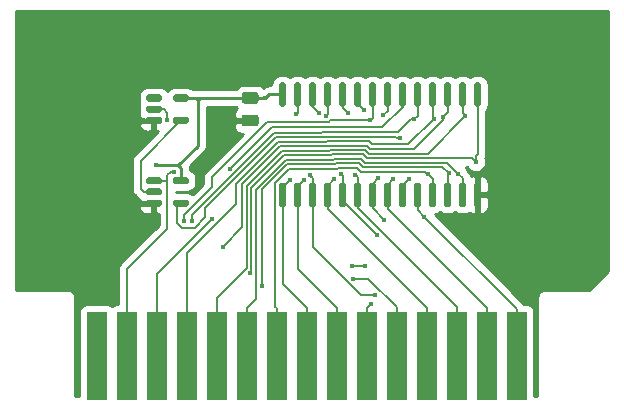
<source format=gbr>
G04 #@! TF.GenerationSoftware,KiCad,Pcbnew,(5.1.8)-1*
G04 #@! TF.CreationDate,2020-11-23T14:08:16+01:00*
G04 #@! TF.ProjectId,MM1_SRAM_64k_A,4d4d315f-5352-4414-9d5f-36346b5f412e,R1*
G04 #@! TF.SameCoordinates,PX6b49d20PY52f83c0*
G04 #@! TF.FileFunction,Copper,L1,Top*
G04 #@! TF.FilePolarity,Positive*
%FSLAX46Y46*%
G04 Gerber Fmt 4.6, Leading zero omitted, Abs format (unit mm)*
G04 Created by KiCad (PCBNEW (5.1.8)-1) date 2020-11-23 14:08:16*
%MOMM*%
%LPD*%
G01*
G04 APERTURE LIST*
G04 #@! TA.AperFunction,SMDPad,CuDef*
%ADD10R,1.700000X7.500000*%
G04 #@! TD*
G04 #@! TA.AperFunction,ViaPad*
%ADD11C,0.450000*%
G04 #@! TD*
G04 #@! TA.AperFunction,Conductor*
%ADD12C,0.250000*%
G04 #@! TD*
G04 #@! TA.AperFunction,Conductor*
%ADD13C,0.200000*%
G04 #@! TD*
G04 #@! TA.AperFunction,Conductor*
%ADD14C,0.254000*%
G04 #@! TD*
G04 #@! TA.AperFunction,Conductor*
%ADD15C,0.100000*%
G04 #@! TD*
G04 APERTURE END LIST*
G04 #@! TA.AperFunction,SMDPad,CuDef*
G36*
G01*
X23395000Y-8775000D02*
X23095000Y-8775000D01*
G75*
G02*
X22945000Y-8625000I0J150000D01*
G01*
X22945000Y-6875000D01*
G75*
G02*
X23095000Y-6725000I150000J0D01*
G01*
X23395000Y-6725000D01*
G75*
G02*
X23545000Y-6875000I0J-150000D01*
G01*
X23545000Y-8625000D01*
G75*
G02*
X23395000Y-8775000I-150000J0D01*
G01*
G37*
G04 #@! TD.AperFunction*
G04 #@! TA.AperFunction,SMDPad,CuDef*
G36*
G01*
X24665000Y-8775000D02*
X24365000Y-8775000D01*
G75*
G02*
X24215000Y-8625000I0J150000D01*
G01*
X24215000Y-6875000D01*
G75*
G02*
X24365000Y-6725000I150000J0D01*
G01*
X24665000Y-6725000D01*
G75*
G02*
X24815000Y-6875000I0J-150000D01*
G01*
X24815000Y-8625000D01*
G75*
G02*
X24665000Y-8775000I-150000J0D01*
G01*
G37*
G04 #@! TD.AperFunction*
G04 #@! TA.AperFunction,SMDPad,CuDef*
G36*
G01*
X25935000Y-8775000D02*
X25635000Y-8775000D01*
G75*
G02*
X25485000Y-8625000I0J150000D01*
G01*
X25485000Y-6875000D01*
G75*
G02*
X25635000Y-6725000I150000J0D01*
G01*
X25935000Y-6725000D01*
G75*
G02*
X26085000Y-6875000I0J-150000D01*
G01*
X26085000Y-8625000D01*
G75*
G02*
X25935000Y-8775000I-150000J0D01*
G01*
G37*
G04 #@! TD.AperFunction*
G04 #@! TA.AperFunction,SMDPad,CuDef*
G36*
G01*
X27205000Y-8775000D02*
X26905000Y-8775000D01*
G75*
G02*
X26755000Y-8625000I0J150000D01*
G01*
X26755000Y-6875000D01*
G75*
G02*
X26905000Y-6725000I150000J0D01*
G01*
X27205000Y-6725000D01*
G75*
G02*
X27355000Y-6875000I0J-150000D01*
G01*
X27355000Y-8625000D01*
G75*
G02*
X27205000Y-8775000I-150000J0D01*
G01*
G37*
G04 #@! TD.AperFunction*
G04 #@! TA.AperFunction,SMDPad,CuDef*
G36*
G01*
X28475000Y-8775000D02*
X28175000Y-8775000D01*
G75*
G02*
X28025000Y-8625000I0J150000D01*
G01*
X28025000Y-6875000D01*
G75*
G02*
X28175000Y-6725000I150000J0D01*
G01*
X28475000Y-6725000D01*
G75*
G02*
X28625000Y-6875000I0J-150000D01*
G01*
X28625000Y-8625000D01*
G75*
G02*
X28475000Y-8775000I-150000J0D01*
G01*
G37*
G04 #@! TD.AperFunction*
G04 #@! TA.AperFunction,SMDPad,CuDef*
G36*
G01*
X29745000Y-8775000D02*
X29445000Y-8775000D01*
G75*
G02*
X29295000Y-8625000I0J150000D01*
G01*
X29295000Y-6875000D01*
G75*
G02*
X29445000Y-6725000I150000J0D01*
G01*
X29745000Y-6725000D01*
G75*
G02*
X29895000Y-6875000I0J-150000D01*
G01*
X29895000Y-8625000D01*
G75*
G02*
X29745000Y-8775000I-150000J0D01*
G01*
G37*
G04 #@! TD.AperFunction*
G04 #@! TA.AperFunction,SMDPad,CuDef*
G36*
G01*
X31015000Y-8775000D02*
X30715000Y-8775000D01*
G75*
G02*
X30565000Y-8625000I0J150000D01*
G01*
X30565000Y-6875000D01*
G75*
G02*
X30715000Y-6725000I150000J0D01*
G01*
X31015000Y-6725000D01*
G75*
G02*
X31165000Y-6875000I0J-150000D01*
G01*
X31165000Y-8625000D01*
G75*
G02*
X31015000Y-8775000I-150000J0D01*
G01*
G37*
G04 #@! TD.AperFunction*
G04 #@! TA.AperFunction,SMDPad,CuDef*
G36*
G01*
X32285000Y-8775000D02*
X31985000Y-8775000D01*
G75*
G02*
X31835000Y-8625000I0J150000D01*
G01*
X31835000Y-6875000D01*
G75*
G02*
X31985000Y-6725000I150000J0D01*
G01*
X32285000Y-6725000D01*
G75*
G02*
X32435000Y-6875000I0J-150000D01*
G01*
X32435000Y-8625000D01*
G75*
G02*
X32285000Y-8775000I-150000J0D01*
G01*
G37*
G04 #@! TD.AperFunction*
G04 #@! TA.AperFunction,SMDPad,CuDef*
G36*
G01*
X33555000Y-8775000D02*
X33255000Y-8775000D01*
G75*
G02*
X33105000Y-8625000I0J150000D01*
G01*
X33105000Y-6875000D01*
G75*
G02*
X33255000Y-6725000I150000J0D01*
G01*
X33555000Y-6725000D01*
G75*
G02*
X33705000Y-6875000I0J-150000D01*
G01*
X33705000Y-8625000D01*
G75*
G02*
X33555000Y-8775000I-150000J0D01*
G01*
G37*
G04 #@! TD.AperFunction*
G04 #@! TA.AperFunction,SMDPad,CuDef*
G36*
G01*
X34825000Y-8775000D02*
X34525000Y-8775000D01*
G75*
G02*
X34375000Y-8625000I0J150000D01*
G01*
X34375000Y-6875000D01*
G75*
G02*
X34525000Y-6725000I150000J0D01*
G01*
X34825000Y-6725000D01*
G75*
G02*
X34975000Y-6875000I0J-150000D01*
G01*
X34975000Y-8625000D01*
G75*
G02*
X34825000Y-8775000I-150000J0D01*
G01*
G37*
G04 #@! TD.AperFunction*
G04 #@! TA.AperFunction,SMDPad,CuDef*
G36*
G01*
X36095000Y-8775000D02*
X35795000Y-8775000D01*
G75*
G02*
X35645000Y-8625000I0J150000D01*
G01*
X35645000Y-6875000D01*
G75*
G02*
X35795000Y-6725000I150000J0D01*
G01*
X36095000Y-6725000D01*
G75*
G02*
X36245000Y-6875000I0J-150000D01*
G01*
X36245000Y-8625000D01*
G75*
G02*
X36095000Y-8775000I-150000J0D01*
G01*
G37*
G04 #@! TD.AperFunction*
G04 #@! TA.AperFunction,SMDPad,CuDef*
G36*
G01*
X37365000Y-8775000D02*
X37065000Y-8775000D01*
G75*
G02*
X36915000Y-8625000I0J150000D01*
G01*
X36915000Y-6875000D01*
G75*
G02*
X37065000Y-6725000I150000J0D01*
G01*
X37365000Y-6725000D01*
G75*
G02*
X37515000Y-6875000I0J-150000D01*
G01*
X37515000Y-8625000D01*
G75*
G02*
X37365000Y-8775000I-150000J0D01*
G01*
G37*
G04 #@! TD.AperFunction*
G04 #@! TA.AperFunction,SMDPad,CuDef*
G36*
G01*
X38635000Y-8775000D02*
X38335000Y-8775000D01*
G75*
G02*
X38185000Y-8625000I0J150000D01*
G01*
X38185000Y-6875000D01*
G75*
G02*
X38335000Y-6725000I150000J0D01*
G01*
X38635000Y-6725000D01*
G75*
G02*
X38785000Y-6875000I0J-150000D01*
G01*
X38785000Y-8625000D01*
G75*
G02*
X38635000Y-8775000I-150000J0D01*
G01*
G37*
G04 #@! TD.AperFunction*
G04 #@! TA.AperFunction,SMDPad,CuDef*
G36*
G01*
X39905000Y-8775000D02*
X39605000Y-8775000D01*
G75*
G02*
X39455000Y-8625000I0J150000D01*
G01*
X39455000Y-6875000D01*
G75*
G02*
X39605000Y-6725000I150000J0D01*
G01*
X39905000Y-6725000D01*
G75*
G02*
X40055000Y-6875000I0J-150000D01*
G01*
X40055000Y-8625000D01*
G75*
G02*
X39905000Y-8775000I-150000J0D01*
G01*
G37*
G04 #@! TD.AperFunction*
G04 #@! TA.AperFunction,SMDPad,CuDef*
G36*
G01*
X39905000Y-17275000D02*
X39605000Y-17275000D01*
G75*
G02*
X39455000Y-17125000I0J150000D01*
G01*
X39455000Y-15375000D01*
G75*
G02*
X39605000Y-15225000I150000J0D01*
G01*
X39905000Y-15225000D01*
G75*
G02*
X40055000Y-15375000I0J-150000D01*
G01*
X40055000Y-17125000D01*
G75*
G02*
X39905000Y-17275000I-150000J0D01*
G01*
G37*
G04 #@! TD.AperFunction*
G04 #@! TA.AperFunction,SMDPad,CuDef*
G36*
G01*
X38635000Y-17275000D02*
X38335000Y-17275000D01*
G75*
G02*
X38185000Y-17125000I0J150000D01*
G01*
X38185000Y-15375000D01*
G75*
G02*
X38335000Y-15225000I150000J0D01*
G01*
X38635000Y-15225000D01*
G75*
G02*
X38785000Y-15375000I0J-150000D01*
G01*
X38785000Y-17125000D01*
G75*
G02*
X38635000Y-17275000I-150000J0D01*
G01*
G37*
G04 #@! TD.AperFunction*
G04 #@! TA.AperFunction,SMDPad,CuDef*
G36*
G01*
X37365000Y-17275000D02*
X37065000Y-17275000D01*
G75*
G02*
X36915000Y-17125000I0J150000D01*
G01*
X36915000Y-15375000D01*
G75*
G02*
X37065000Y-15225000I150000J0D01*
G01*
X37365000Y-15225000D01*
G75*
G02*
X37515000Y-15375000I0J-150000D01*
G01*
X37515000Y-17125000D01*
G75*
G02*
X37365000Y-17275000I-150000J0D01*
G01*
G37*
G04 #@! TD.AperFunction*
G04 #@! TA.AperFunction,SMDPad,CuDef*
G36*
G01*
X36095000Y-17275000D02*
X35795000Y-17275000D01*
G75*
G02*
X35645000Y-17125000I0J150000D01*
G01*
X35645000Y-15375000D01*
G75*
G02*
X35795000Y-15225000I150000J0D01*
G01*
X36095000Y-15225000D01*
G75*
G02*
X36245000Y-15375000I0J-150000D01*
G01*
X36245000Y-17125000D01*
G75*
G02*
X36095000Y-17275000I-150000J0D01*
G01*
G37*
G04 #@! TD.AperFunction*
G04 #@! TA.AperFunction,SMDPad,CuDef*
G36*
G01*
X34825000Y-17275000D02*
X34525000Y-17275000D01*
G75*
G02*
X34375000Y-17125000I0J150000D01*
G01*
X34375000Y-15375000D01*
G75*
G02*
X34525000Y-15225000I150000J0D01*
G01*
X34825000Y-15225000D01*
G75*
G02*
X34975000Y-15375000I0J-150000D01*
G01*
X34975000Y-17125000D01*
G75*
G02*
X34825000Y-17275000I-150000J0D01*
G01*
G37*
G04 #@! TD.AperFunction*
G04 #@! TA.AperFunction,SMDPad,CuDef*
G36*
G01*
X33555000Y-17275000D02*
X33255000Y-17275000D01*
G75*
G02*
X33105000Y-17125000I0J150000D01*
G01*
X33105000Y-15375000D01*
G75*
G02*
X33255000Y-15225000I150000J0D01*
G01*
X33555000Y-15225000D01*
G75*
G02*
X33705000Y-15375000I0J-150000D01*
G01*
X33705000Y-17125000D01*
G75*
G02*
X33555000Y-17275000I-150000J0D01*
G01*
G37*
G04 #@! TD.AperFunction*
G04 #@! TA.AperFunction,SMDPad,CuDef*
G36*
G01*
X32285000Y-17275000D02*
X31985000Y-17275000D01*
G75*
G02*
X31835000Y-17125000I0J150000D01*
G01*
X31835000Y-15375000D01*
G75*
G02*
X31985000Y-15225000I150000J0D01*
G01*
X32285000Y-15225000D01*
G75*
G02*
X32435000Y-15375000I0J-150000D01*
G01*
X32435000Y-17125000D01*
G75*
G02*
X32285000Y-17275000I-150000J0D01*
G01*
G37*
G04 #@! TD.AperFunction*
G04 #@! TA.AperFunction,SMDPad,CuDef*
G36*
G01*
X31015000Y-17275000D02*
X30715000Y-17275000D01*
G75*
G02*
X30565000Y-17125000I0J150000D01*
G01*
X30565000Y-15375000D01*
G75*
G02*
X30715000Y-15225000I150000J0D01*
G01*
X31015000Y-15225000D01*
G75*
G02*
X31165000Y-15375000I0J-150000D01*
G01*
X31165000Y-17125000D01*
G75*
G02*
X31015000Y-17275000I-150000J0D01*
G01*
G37*
G04 #@! TD.AperFunction*
G04 #@! TA.AperFunction,SMDPad,CuDef*
G36*
G01*
X29745000Y-17275000D02*
X29445000Y-17275000D01*
G75*
G02*
X29295000Y-17125000I0J150000D01*
G01*
X29295000Y-15375000D01*
G75*
G02*
X29445000Y-15225000I150000J0D01*
G01*
X29745000Y-15225000D01*
G75*
G02*
X29895000Y-15375000I0J-150000D01*
G01*
X29895000Y-17125000D01*
G75*
G02*
X29745000Y-17275000I-150000J0D01*
G01*
G37*
G04 #@! TD.AperFunction*
G04 #@! TA.AperFunction,SMDPad,CuDef*
G36*
G01*
X28475000Y-17275000D02*
X28175000Y-17275000D01*
G75*
G02*
X28025000Y-17125000I0J150000D01*
G01*
X28025000Y-15375000D01*
G75*
G02*
X28175000Y-15225000I150000J0D01*
G01*
X28475000Y-15225000D01*
G75*
G02*
X28625000Y-15375000I0J-150000D01*
G01*
X28625000Y-17125000D01*
G75*
G02*
X28475000Y-17275000I-150000J0D01*
G01*
G37*
G04 #@! TD.AperFunction*
G04 #@! TA.AperFunction,SMDPad,CuDef*
G36*
G01*
X27205000Y-17275000D02*
X26905000Y-17275000D01*
G75*
G02*
X26755000Y-17125000I0J150000D01*
G01*
X26755000Y-15375000D01*
G75*
G02*
X26905000Y-15225000I150000J0D01*
G01*
X27205000Y-15225000D01*
G75*
G02*
X27355000Y-15375000I0J-150000D01*
G01*
X27355000Y-17125000D01*
G75*
G02*
X27205000Y-17275000I-150000J0D01*
G01*
G37*
G04 #@! TD.AperFunction*
G04 #@! TA.AperFunction,SMDPad,CuDef*
G36*
G01*
X25935000Y-17275000D02*
X25635000Y-17275000D01*
G75*
G02*
X25485000Y-17125000I0J150000D01*
G01*
X25485000Y-15375000D01*
G75*
G02*
X25635000Y-15225000I150000J0D01*
G01*
X25935000Y-15225000D01*
G75*
G02*
X26085000Y-15375000I0J-150000D01*
G01*
X26085000Y-17125000D01*
G75*
G02*
X25935000Y-17275000I-150000J0D01*
G01*
G37*
G04 #@! TD.AperFunction*
G04 #@! TA.AperFunction,SMDPad,CuDef*
G36*
G01*
X24665000Y-17275000D02*
X24365000Y-17275000D01*
G75*
G02*
X24215000Y-17125000I0J150000D01*
G01*
X24215000Y-15375000D01*
G75*
G02*
X24365000Y-15225000I150000J0D01*
G01*
X24665000Y-15225000D01*
G75*
G02*
X24815000Y-15375000I0J-150000D01*
G01*
X24815000Y-17125000D01*
G75*
G02*
X24665000Y-17275000I-150000J0D01*
G01*
G37*
G04 #@! TD.AperFunction*
G04 #@! TA.AperFunction,SMDPad,CuDef*
G36*
G01*
X23395000Y-17275000D02*
X23095000Y-17275000D01*
G75*
G02*
X22945000Y-17125000I0J150000D01*
G01*
X22945000Y-15375000D01*
G75*
G02*
X23095000Y-15225000I150000J0D01*
G01*
X23395000Y-15225000D01*
G75*
G02*
X23545000Y-15375000I0J-150000D01*
G01*
X23545000Y-17125000D01*
G75*
G02*
X23395000Y-17275000I-150000J0D01*
G01*
G37*
G04 #@! TD.AperFunction*
D10*
X7530000Y-29890000D03*
X10070000Y-29890000D03*
X12610000Y-29890000D03*
X15150000Y-29890000D03*
X17690000Y-29890000D03*
X20230000Y-29890000D03*
X22770000Y-29890000D03*
X25310000Y-29890000D03*
X27850000Y-29890000D03*
X30390000Y-29890000D03*
X32930000Y-29890000D03*
X35470000Y-29890000D03*
X38010000Y-29890000D03*
X40550000Y-29890000D03*
X43090000Y-29890000D03*
G04 #@! TA.AperFunction,SMDPad,CuDef*
G36*
G01*
X20025000Y-7550000D02*
X20975000Y-7550000D01*
G75*
G02*
X21225000Y-7800000I0J-250000D01*
G01*
X21225000Y-8300000D01*
G75*
G02*
X20975000Y-8550000I-250000J0D01*
G01*
X20025000Y-8550000D01*
G75*
G02*
X19775000Y-8300000I0J250000D01*
G01*
X19775000Y-7800000D01*
G75*
G02*
X20025000Y-7550000I250000J0D01*
G01*
G37*
G04 #@! TD.AperFunction*
G04 #@! TA.AperFunction,SMDPad,CuDef*
G36*
G01*
X20025000Y-9450000D02*
X20975000Y-9450000D01*
G75*
G02*
X21225000Y-9700000I0J-250000D01*
G01*
X21225000Y-10200000D01*
G75*
G02*
X20975000Y-10450000I-250000J0D01*
G01*
X20025000Y-10450000D01*
G75*
G02*
X19775000Y-10200000I0J250000D01*
G01*
X19775000Y-9700000D01*
G75*
G02*
X20025000Y-9450000I250000J0D01*
G01*
G37*
G04 #@! TD.AperFunction*
G04 #@! TA.AperFunction,SMDPad,CuDef*
G36*
G01*
X11700000Y-8200000D02*
X11700000Y-7900000D01*
G75*
G02*
X11850000Y-7750000I150000J0D01*
G01*
X12875000Y-7750000D01*
G75*
G02*
X13025000Y-7900000I0J-150000D01*
G01*
X13025000Y-8200000D01*
G75*
G02*
X12875000Y-8350000I-150000J0D01*
G01*
X11850000Y-8350000D01*
G75*
G02*
X11700000Y-8200000I0J150000D01*
G01*
G37*
G04 #@! TD.AperFunction*
G04 #@! TA.AperFunction,SMDPad,CuDef*
G36*
G01*
X11700000Y-9150000D02*
X11700000Y-8850000D01*
G75*
G02*
X11850000Y-8700000I150000J0D01*
G01*
X12875000Y-8700000D01*
G75*
G02*
X13025000Y-8850000I0J-150000D01*
G01*
X13025000Y-9150000D01*
G75*
G02*
X12875000Y-9300000I-150000J0D01*
G01*
X11850000Y-9300000D01*
G75*
G02*
X11700000Y-9150000I0J150000D01*
G01*
G37*
G04 #@! TD.AperFunction*
G04 #@! TA.AperFunction,SMDPad,CuDef*
G36*
G01*
X11700000Y-10100000D02*
X11700000Y-9800000D01*
G75*
G02*
X11850000Y-9650000I150000J0D01*
G01*
X12875000Y-9650000D01*
G75*
G02*
X13025000Y-9800000I0J-150000D01*
G01*
X13025000Y-10100000D01*
G75*
G02*
X12875000Y-10250000I-150000J0D01*
G01*
X11850000Y-10250000D01*
G75*
G02*
X11700000Y-10100000I0J150000D01*
G01*
G37*
G04 #@! TD.AperFunction*
G04 #@! TA.AperFunction,SMDPad,CuDef*
G36*
G01*
X13975000Y-10100000D02*
X13975000Y-9800000D01*
G75*
G02*
X14125000Y-9650000I150000J0D01*
G01*
X15150000Y-9650000D01*
G75*
G02*
X15300000Y-9800000I0J-150000D01*
G01*
X15300000Y-10100000D01*
G75*
G02*
X15150000Y-10250000I-150000J0D01*
G01*
X14125000Y-10250000D01*
G75*
G02*
X13975000Y-10100000I0J150000D01*
G01*
G37*
G04 #@! TD.AperFunction*
G04 #@! TA.AperFunction,SMDPad,CuDef*
G36*
G01*
X13975000Y-8200000D02*
X13975000Y-7900000D01*
G75*
G02*
X14125000Y-7750000I150000J0D01*
G01*
X15150000Y-7750000D01*
G75*
G02*
X15300000Y-7900000I0J-150000D01*
G01*
X15300000Y-8200000D01*
G75*
G02*
X15150000Y-8350000I-150000J0D01*
G01*
X14125000Y-8350000D01*
G75*
G02*
X13975000Y-8200000I0J150000D01*
G01*
G37*
G04 #@! TD.AperFunction*
G04 #@! TA.AperFunction,SMDPad,CuDef*
G36*
G01*
X13975000Y-15200000D02*
X13975000Y-14900000D01*
G75*
G02*
X14125000Y-14750000I150000J0D01*
G01*
X15150000Y-14750000D01*
G75*
G02*
X15300000Y-14900000I0J-150000D01*
G01*
X15300000Y-15200000D01*
G75*
G02*
X15150000Y-15350000I-150000J0D01*
G01*
X14125000Y-15350000D01*
G75*
G02*
X13975000Y-15200000I0J150000D01*
G01*
G37*
G04 #@! TD.AperFunction*
G04 #@! TA.AperFunction,SMDPad,CuDef*
G36*
G01*
X13975000Y-17100000D02*
X13975000Y-16800000D01*
G75*
G02*
X14125000Y-16650000I150000J0D01*
G01*
X15150000Y-16650000D01*
G75*
G02*
X15300000Y-16800000I0J-150000D01*
G01*
X15300000Y-17100000D01*
G75*
G02*
X15150000Y-17250000I-150000J0D01*
G01*
X14125000Y-17250000D01*
G75*
G02*
X13975000Y-17100000I0J150000D01*
G01*
G37*
G04 #@! TD.AperFunction*
G04 #@! TA.AperFunction,SMDPad,CuDef*
G36*
G01*
X11700000Y-17100000D02*
X11700000Y-16800000D01*
G75*
G02*
X11850000Y-16650000I150000J0D01*
G01*
X12875000Y-16650000D01*
G75*
G02*
X13025000Y-16800000I0J-150000D01*
G01*
X13025000Y-17100000D01*
G75*
G02*
X12875000Y-17250000I-150000J0D01*
G01*
X11850000Y-17250000D01*
G75*
G02*
X11700000Y-17100000I0J150000D01*
G01*
G37*
G04 #@! TD.AperFunction*
G04 #@! TA.AperFunction,SMDPad,CuDef*
G36*
G01*
X11700000Y-16150000D02*
X11700000Y-15850000D01*
G75*
G02*
X11850000Y-15700000I150000J0D01*
G01*
X12875000Y-15700000D01*
G75*
G02*
X13025000Y-15850000I0J-150000D01*
G01*
X13025000Y-16150000D01*
G75*
G02*
X12875000Y-16300000I-150000J0D01*
G01*
X11850000Y-16300000D01*
G75*
G02*
X11700000Y-16150000I0J150000D01*
G01*
G37*
G04 #@! TD.AperFunction*
G04 #@! TA.AperFunction,SMDPad,CuDef*
G36*
G01*
X11700000Y-15200000D02*
X11700000Y-14900000D01*
G75*
G02*
X11850000Y-14750000I150000J0D01*
G01*
X12875000Y-14750000D01*
G75*
G02*
X13025000Y-14900000I0J-150000D01*
G01*
X13025000Y-15200000D01*
G75*
G02*
X12875000Y-15350000I-150000J0D01*
G01*
X11850000Y-15350000D01*
G75*
G02*
X11700000Y-15200000I0J150000D01*
G01*
G37*
G04 #@! TD.AperFunction*
D11*
X41486200Y-15931200D03*
X18460000Y-10320000D03*
X21791600Y-8050000D03*
X12549700Y-13734600D03*
X14935900Y-18450700D03*
X30691500Y-9919500D03*
X14023100Y-14321900D03*
X15577000Y-18471400D03*
X34405500Y-9826700D03*
X17311100Y-18265200D03*
X24411885Y-9439078D03*
X18217600Y-20632700D03*
X36825500Y-9634800D03*
X36053600Y-9801800D03*
X20474600Y-22880300D03*
X39608600Y-13470500D03*
X38735964Y-9568228D03*
X21523900Y-23947400D03*
X37304241Y-14440049D03*
X38137847Y-14497960D03*
X35539600Y-14499900D03*
X13468300Y-9920100D03*
X26306000Y-9342400D03*
X23866100Y-14994100D03*
X30105300Y-9075000D03*
X25063500Y-14978400D03*
X30194500Y-22263900D03*
X29162300Y-22263900D03*
X28787700Y-9347749D03*
X30752900Y-25496800D03*
X31766580Y-9520401D03*
X31111800Y-24712100D03*
X25595145Y-14550663D03*
X29224100Y-23352900D03*
X26919392Y-9553585D03*
X31220300Y-19662100D03*
X28157441Y-14478367D03*
X27570200Y-14948600D03*
X31824700Y-18349300D03*
X31367732Y-14797087D03*
X29408263Y-14538144D03*
X33928800Y-14925800D03*
X32640010Y-14891631D03*
X35255300Y-18084700D03*
X18777600Y-14031100D03*
X33230500Y-11420400D03*
D12*
X12362500Y-16950000D02*
X11919100Y-16950000D01*
X20500000Y-9950000D02*
X20165700Y-9615700D01*
X21791600Y-8050000D02*
X22091600Y-7750000D01*
X22091600Y-7750000D02*
X23245000Y-7750000D01*
X21791600Y-8050000D02*
X20500000Y-8050000D01*
X15860000Y-8050000D02*
X14637500Y-8050000D01*
X16070000Y-12090100D02*
X14425500Y-13734600D01*
X14425500Y-13734600D02*
X12549700Y-13734600D01*
X14637500Y-15050000D02*
X14637500Y-13946600D01*
X14637500Y-13946600D02*
X14425500Y-13734600D01*
X15860000Y-8050000D02*
X16070000Y-8260000D01*
X16070000Y-8260000D02*
X16070000Y-12090100D01*
X16070000Y-8050000D02*
X16070000Y-8260000D01*
X16070000Y-8050000D02*
X15860000Y-8050000D01*
X16070000Y-8260000D02*
X16070000Y-8250000D01*
X16270000Y-8050000D02*
X16070000Y-8050000D01*
X16070000Y-8250000D02*
X16270000Y-8050000D01*
X20500000Y-8050000D02*
X16270000Y-8050000D01*
D13*
X30865000Y-7750000D02*
X30865000Y-9746000D01*
X30865000Y-9746000D02*
X30691500Y-9919500D01*
X30691500Y-9919500D02*
X27300879Y-9919500D01*
X21937914Y-10058586D02*
X17256100Y-14740400D01*
X27161793Y-10058586D02*
X21937914Y-10058586D01*
X14935900Y-17922700D02*
X14935900Y-18450700D01*
X27300879Y-9919500D02*
X27161793Y-10058586D01*
X17256100Y-14740400D02*
X17256100Y-15602500D01*
X17256100Y-15602500D02*
X14935900Y-17922700D01*
X13482500Y-19107000D02*
X10070000Y-22519500D01*
X10070000Y-22519500D02*
X10070000Y-29890000D01*
X12362500Y-15050000D02*
X12744600Y-15050000D01*
X13475000Y-15050000D02*
X13482500Y-15057500D01*
X12362500Y-15050000D02*
X13475000Y-15050000D01*
X13482500Y-15057500D02*
X13482500Y-19107000D01*
X13768100Y-14321900D02*
X14023100Y-14321900D01*
X13482500Y-14607500D02*
X13768100Y-14321900D01*
X13482500Y-15057500D02*
X13482500Y-14607500D01*
X34675000Y-7750000D02*
X34675000Y-9557200D01*
X34675000Y-9557200D02*
X34405500Y-9826700D01*
X34087302Y-9826700D02*
X34405500Y-9826700D01*
X26527859Y-11005581D02*
X26600155Y-10933285D01*
X15577000Y-17946200D02*
X22517619Y-11005581D01*
X15577000Y-18471400D02*
X15577000Y-17946200D01*
X26600155Y-10933285D02*
X32980717Y-10933285D01*
X22517619Y-11005581D02*
X26527859Y-11005581D01*
X32980717Y-10933285D02*
X34087302Y-9826700D01*
X12610000Y-29890000D02*
X12610000Y-22966300D01*
X12610000Y-22966300D02*
X17311100Y-18265200D01*
X24515000Y-9335963D02*
X24411885Y-9439078D01*
X24515000Y-7750000D02*
X24515000Y-9335963D01*
X37215000Y-7750000D02*
X37215000Y-9245300D01*
X37215000Y-9245300D02*
X36825500Y-9634800D01*
X19839000Y-15297700D02*
X22991089Y-12145611D01*
X27055718Y-12145610D02*
X27128014Y-12073314D01*
X22991089Y-12145611D02*
X27055718Y-12145610D01*
X30678703Y-12374100D02*
X34404398Y-12374100D01*
X34404398Y-12374100D02*
X36825500Y-9952998D01*
X19839000Y-19011300D02*
X19839000Y-15297700D01*
X18217600Y-20632700D02*
X19839000Y-19011300D01*
X30377917Y-12073314D02*
X30678703Y-12374100D01*
X27128014Y-12073314D02*
X30377917Y-12073314D01*
X36825500Y-9952998D02*
X36825500Y-9634800D01*
X35945000Y-7750000D02*
X35945000Y-9693200D01*
X35945000Y-9693200D02*
X36053600Y-9801800D01*
X19289100Y-17047500D02*
X19289100Y-15309700D01*
X15150000Y-29890000D02*
X15150000Y-21186600D01*
X30535323Y-11693304D02*
X30815506Y-11973487D01*
X33881913Y-11973487D02*
X36053600Y-9801800D01*
X19289100Y-15309700D02*
X22833199Y-11765601D01*
X26898311Y-11765601D02*
X26970608Y-11693304D01*
X22833199Y-11765601D02*
X26898311Y-11765601D01*
X30815506Y-11973487D02*
X33881913Y-11973487D01*
X26970608Y-11693304D02*
X30535323Y-11693304D01*
X15150000Y-21186600D02*
X19289100Y-17047500D01*
X39608600Y-12961400D02*
X39755000Y-12815000D01*
X39608600Y-13470500D02*
X39608600Y-12961400D01*
X39755000Y-7750000D02*
X39755000Y-12815000D01*
X20474600Y-22880300D02*
X20599700Y-22755200D01*
X27370529Y-12905630D02*
X27442829Y-12833332D01*
X30380171Y-13150400D02*
X39288500Y-13150400D01*
X39288500Y-13150400D02*
X39608600Y-13470500D01*
X20599700Y-15646300D02*
X23340369Y-12905631D01*
X30063103Y-12833332D02*
X30380171Y-13150400D01*
X27442829Y-12833332D02*
X30063103Y-12833332D01*
X20599700Y-22755200D02*
X20599700Y-15646300D01*
X23340369Y-12905631D02*
X27370529Y-12905630D01*
X38485000Y-9317264D02*
X38735964Y-9568228D01*
X38485000Y-7750000D02*
X38485000Y-9317264D01*
X20219400Y-15488800D02*
X23182579Y-12525621D01*
X35543660Y-12760532D02*
X38735964Y-9568228D01*
X20219400Y-22421000D02*
X20219400Y-15488800D01*
X17690000Y-29890000D02*
X17690000Y-24950400D01*
X30527719Y-12760532D02*
X35543660Y-12760532D01*
X30220512Y-12453325D02*
X30527719Y-12760532D01*
X17690000Y-24950400D02*
X20219400Y-22421000D01*
X23182579Y-12525621D02*
X27213123Y-12525621D01*
X27213123Y-12525621D02*
X27285419Y-12453325D01*
X27285419Y-12453325D02*
X30220512Y-12453325D01*
X37215000Y-16250000D02*
X37215000Y-14529290D01*
X37215000Y-14529290D02*
X37304241Y-14440049D01*
X21523900Y-23947400D02*
X21523900Y-15797700D01*
X23655949Y-13665651D02*
X27685338Y-13665650D01*
X27757634Y-13593354D02*
X29748293Y-13593354D01*
X27685338Y-13665650D02*
X27757634Y-13593354D01*
X21523900Y-15797700D02*
X23655949Y-13665651D01*
X36775192Y-13911000D02*
X37304241Y-14440049D01*
X30065939Y-13911000D02*
X36775192Y-13911000D01*
X29748293Y-13593354D02*
X30065939Y-13911000D01*
X20230000Y-25859700D02*
X20980000Y-25109700D01*
X37170587Y-13530700D02*
X38137847Y-14497960D01*
X29905699Y-13213344D02*
X30223055Y-13530700D01*
X27600229Y-13213343D02*
X29905699Y-13213344D01*
X27527931Y-13285641D02*
X27600229Y-13213343D01*
X23498159Y-13285641D02*
X27527931Y-13285641D01*
X20980000Y-15803800D02*
X23498159Y-13285641D01*
X30223055Y-13530700D02*
X37170587Y-13530700D01*
X20980000Y-25109700D02*
X20980000Y-15803800D01*
X20230000Y-29890000D02*
X20230000Y-25859700D01*
X38485000Y-16250000D02*
X38485000Y-14845113D01*
X38485000Y-14845113D02*
X38137847Y-14497960D01*
X35539600Y-14499900D02*
X35945000Y-14905300D01*
X35945000Y-14905300D02*
X35945000Y-16250000D01*
X27842743Y-14045661D02*
X27915039Y-13973365D01*
X22770000Y-25859700D02*
X22614600Y-25704300D01*
X22770000Y-29890000D02*
X22770000Y-25859700D01*
X22614600Y-25704300D02*
X22614600Y-15244800D01*
X22614600Y-15244800D02*
X23813739Y-14045661D01*
X23813739Y-14045661D02*
X27842743Y-14045661D01*
X29590888Y-13973365D02*
X29908823Y-14291300D01*
X35331000Y-14291300D02*
X35539600Y-14499900D01*
X29908823Y-14291300D02*
X35331000Y-14291300D01*
X27915039Y-13973365D02*
X29590888Y-13973365D01*
X13468300Y-9298300D02*
X13468300Y-9920100D01*
X12362500Y-9000000D02*
X13170000Y-9000000D01*
X13170000Y-9000000D02*
X13468300Y-9298300D01*
X25785000Y-7750000D02*
X25785000Y-8821400D01*
X25785000Y-8821400D02*
X26306000Y-9342400D01*
X23245000Y-16250000D02*
X23245000Y-15615200D01*
X23245000Y-15615200D02*
X23866100Y-14994100D01*
X25310000Y-25859700D02*
X23245000Y-23794700D01*
X23245000Y-23794700D02*
X23245000Y-16250000D01*
X25310000Y-29890000D02*
X25310000Y-25859700D01*
X29595000Y-8564700D02*
X30105300Y-9075000D01*
X29595000Y-7750000D02*
X29595000Y-8564700D01*
X25063500Y-14978400D02*
X24515000Y-15526900D01*
X24515000Y-15526900D02*
X24515000Y-16250000D01*
X27850000Y-29890000D02*
X27850000Y-25859700D01*
X24515000Y-16250000D02*
X24515000Y-22524700D01*
X24515000Y-22524700D02*
X27850000Y-25859700D01*
X30194500Y-22263900D02*
X29162300Y-22263900D01*
X28325000Y-7750000D02*
X28325000Y-8885049D01*
X28325000Y-8885049D02*
X28787700Y-9347749D01*
X30752900Y-25496800D02*
X30390000Y-25859700D01*
X30390000Y-29890000D02*
X30390000Y-25859700D01*
X32135000Y-9151981D02*
X31766580Y-9520401D01*
X32135000Y-7750000D02*
X32135000Y-9151981D01*
X25785000Y-16250000D02*
X25785000Y-20631600D01*
X25785000Y-20631600D02*
X29865500Y-24712100D01*
X29865500Y-24712100D02*
X31111800Y-24712100D01*
X25785000Y-16250000D02*
X25785000Y-14810000D01*
X25785000Y-14810000D02*
X25595145Y-14620145D01*
X25595145Y-14620145D02*
X25595145Y-14550663D01*
X32930000Y-29890000D02*
X32930000Y-25785700D01*
X32930000Y-25785700D02*
X30497200Y-23352900D01*
X30497200Y-23352900D02*
X29224100Y-23352900D01*
X27055000Y-7750000D02*
X27055000Y-9417977D01*
X27055000Y-9417977D02*
X26919392Y-9553585D01*
X28325000Y-16250000D02*
X28325000Y-16766800D01*
X28325000Y-16766800D02*
X31220300Y-19662100D01*
X28325000Y-16250000D02*
X28325000Y-14645926D01*
X28325000Y-14645926D02*
X28157441Y-14478367D01*
X35470000Y-29890000D02*
X35470000Y-25859700D01*
X27055000Y-16250000D02*
X27055000Y-17444700D01*
X27055000Y-17444700D02*
X35470000Y-25859700D01*
X27570200Y-14948600D02*
X27055000Y-15463800D01*
X27055000Y-15463800D02*
X27055000Y-16250000D01*
X30865000Y-16250000D02*
X30865000Y-17389600D01*
X30865000Y-17389600D02*
X31824700Y-18349300D01*
X30865000Y-15299819D02*
X31367732Y-14797087D01*
X30865000Y-16250000D02*
X30865000Y-15299819D01*
X38010000Y-29890000D02*
X38010000Y-25737300D01*
X38010000Y-25737300D02*
X29595000Y-17322300D01*
X29595000Y-17322300D02*
X29595000Y-16250000D01*
X29595000Y-16250000D02*
X29595000Y-14724881D01*
X29595000Y-14724881D02*
X29408263Y-14538144D01*
X33928800Y-14925800D02*
X33405000Y-15449600D01*
X33405000Y-15449600D02*
X33405000Y-16250000D01*
X32135000Y-16250000D02*
X32135000Y-17444700D01*
X32135000Y-17444700D02*
X40550000Y-25859700D01*
X40550000Y-29890000D02*
X40550000Y-25859700D01*
X32135000Y-15396641D02*
X32640010Y-14891631D01*
X32135000Y-16250000D02*
X32135000Y-15396641D01*
X34675000Y-16250000D02*
X34675000Y-17504400D01*
X34675000Y-17504400D02*
X35255300Y-18084700D01*
X43090000Y-25919400D02*
X35255300Y-18084700D01*
X43090000Y-29890000D02*
X43090000Y-25919400D01*
X22336100Y-10472600D02*
X18777600Y-14031100D01*
X31707400Y-10472600D02*
X22336100Y-10472600D01*
X33405000Y-7750000D02*
X33405000Y-8775000D01*
X33405000Y-8775000D02*
X31707400Y-10472600D01*
X16701600Y-17359500D02*
X22675509Y-11385591D01*
X16701600Y-18156100D02*
X16701600Y-17359500D01*
X22675509Y-11385591D02*
X26740924Y-11385591D01*
X26740924Y-11385591D02*
X26813229Y-11313286D01*
X14337500Y-17250000D02*
X14337500Y-18609300D01*
X26813229Y-11313286D02*
X32805188Y-11313286D01*
X14762000Y-19033800D02*
X15823900Y-19033800D01*
X14637500Y-16950000D02*
X14337500Y-17250000D01*
X32805188Y-11313286D02*
X32912302Y-11420400D01*
X32912302Y-11420400D02*
X33230500Y-11420400D01*
X15823900Y-19033800D02*
X16701600Y-18156100D01*
X14337500Y-18609300D02*
X14762000Y-19033800D01*
X12362500Y-16000000D02*
X11480000Y-16000000D01*
X11480000Y-16000000D02*
X11220000Y-15740000D01*
X11220000Y-13367500D02*
X14637500Y-9950000D01*
X11220000Y-15740000D02*
X11220000Y-13367500D01*
D14*
X50790000Y-22705908D02*
X49205909Y-24290000D01*
X45534877Y-24290000D01*
X45500000Y-24286565D01*
X45465123Y-24290000D01*
X45360816Y-24300273D01*
X45226980Y-24340872D01*
X45103637Y-24406800D01*
X44995525Y-24495525D01*
X44906800Y-24603637D01*
X44840872Y-24726980D01*
X44800273Y-24860816D01*
X44786565Y-25000000D01*
X44790000Y-25034876D01*
X44790001Y-33290000D01*
X44578072Y-33290000D01*
X44578072Y-26140000D01*
X44565812Y-26015518D01*
X44529502Y-25895820D01*
X44470537Y-25785506D01*
X44391185Y-25688815D01*
X44294494Y-25609463D01*
X44184180Y-25550498D01*
X44064482Y-25514188D01*
X43940000Y-25501928D01*
X43698217Y-25501928D01*
X43612238Y-25397162D01*
X43584193Y-25374146D01*
X36120597Y-17910551D01*
X36248745Y-17897929D01*
X36396582Y-17853084D01*
X36532829Y-17780258D01*
X36580000Y-17741546D01*
X36627171Y-17780258D01*
X36763418Y-17853084D01*
X36911255Y-17897929D01*
X37065000Y-17913072D01*
X37365000Y-17913072D01*
X37518745Y-17897929D01*
X37666582Y-17853084D01*
X37802829Y-17780258D01*
X37850000Y-17741546D01*
X37897171Y-17780258D01*
X38033418Y-17853084D01*
X38181255Y-17897929D01*
X38335000Y-17913072D01*
X38635000Y-17913072D01*
X38788745Y-17897929D01*
X38936582Y-17853084D01*
X39070936Y-17781270D01*
X39100506Y-17805537D01*
X39210820Y-17864502D01*
X39330518Y-17900812D01*
X39455000Y-17913072D01*
X39469250Y-17910000D01*
X39628000Y-17751250D01*
X39628000Y-16377000D01*
X39882000Y-16377000D01*
X39882000Y-17751250D01*
X40040750Y-17910000D01*
X40055000Y-17913072D01*
X40179482Y-17900812D01*
X40299180Y-17864502D01*
X40409494Y-17805537D01*
X40506185Y-17726185D01*
X40585537Y-17629494D01*
X40644502Y-17519180D01*
X40680812Y-17399482D01*
X40693072Y-17275000D01*
X40690000Y-16535750D01*
X40531250Y-16377000D01*
X39882000Y-16377000D01*
X39628000Y-16377000D01*
X39608000Y-16377000D01*
X39608000Y-16123000D01*
X39628000Y-16123000D01*
X39628000Y-14748750D01*
X39882000Y-14748750D01*
X39882000Y-16123000D01*
X40531250Y-16123000D01*
X40690000Y-15964250D01*
X40693072Y-15225000D01*
X40680812Y-15100518D01*
X40644502Y-14980820D01*
X40585537Y-14870506D01*
X40506185Y-14773815D01*
X40409494Y-14694463D01*
X40299180Y-14635498D01*
X40179482Y-14599188D01*
X40055000Y-14586928D01*
X40040750Y-14590000D01*
X39882000Y-14748750D01*
X39628000Y-14748750D01*
X39469250Y-14590000D01*
X39455000Y-14586928D01*
X39330518Y-14599188D01*
X39210820Y-14635498D01*
X39192463Y-14645310D01*
X39167337Y-14562480D01*
X39099087Y-14434793D01*
X39007238Y-14322875D01*
X38979187Y-14299854D01*
X38974322Y-14294989D01*
X38964798Y-14247107D01*
X38899969Y-14090597D01*
X38805852Y-13949742D01*
X38741510Y-13885400D01*
X38851514Y-13885400D01*
X38940595Y-14018718D01*
X39060382Y-14138505D01*
X39201237Y-14232622D01*
X39357747Y-14297451D01*
X39523897Y-14330500D01*
X39693303Y-14330500D01*
X39859453Y-14297451D01*
X40015963Y-14232622D01*
X40156818Y-14138505D01*
X40276605Y-14018718D01*
X40370722Y-13877863D01*
X40435551Y-13721353D01*
X40468600Y-13555203D01*
X40468600Y-13385797D01*
X40435551Y-13219647D01*
X40407857Y-13152787D01*
X40437337Y-13097633D01*
X40479365Y-12959085D01*
X40490000Y-12851105D01*
X40493556Y-12815000D01*
X40490000Y-12778895D01*
X40490000Y-9148439D01*
X40560258Y-9062829D01*
X40633084Y-8926582D01*
X40677929Y-8778745D01*
X40693072Y-8625000D01*
X40693072Y-6875000D01*
X40677929Y-6721255D01*
X40633084Y-6573418D01*
X40560258Y-6437171D01*
X40462251Y-6317749D01*
X40342829Y-6219742D01*
X40206582Y-6146916D01*
X40058745Y-6102071D01*
X39905000Y-6086928D01*
X39605000Y-6086928D01*
X39451255Y-6102071D01*
X39303418Y-6146916D01*
X39167171Y-6219742D01*
X39120000Y-6258454D01*
X39072829Y-6219742D01*
X38936582Y-6146916D01*
X38788745Y-6102071D01*
X38635000Y-6086928D01*
X38335000Y-6086928D01*
X38181255Y-6102071D01*
X38033418Y-6146916D01*
X37897171Y-6219742D01*
X37850000Y-6258454D01*
X37802829Y-6219742D01*
X37666582Y-6146916D01*
X37518745Y-6102071D01*
X37365000Y-6086928D01*
X37065000Y-6086928D01*
X36911255Y-6102071D01*
X36763418Y-6146916D01*
X36627171Y-6219742D01*
X36580000Y-6258454D01*
X36532829Y-6219742D01*
X36396582Y-6146916D01*
X36248745Y-6102071D01*
X36095000Y-6086928D01*
X35795000Y-6086928D01*
X35641255Y-6102071D01*
X35493418Y-6146916D01*
X35357171Y-6219742D01*
X35310000Y-6258454D01*
X35262829Y-6219742D01*
X35126582Y-6146916D01*
X34978745Y-6102071D01*
X34825000Y-6086928D01*
X34525000Y-6086928D01*
X34371255Y-6102071D01*
X34223418Y-6146916D01*
X34087171Y-6219742D01*
X34040000Y-6258454D01*
X33992829Y-6219742D01*
X33856582Y-6146916D01*
X33708745Y-6102071D01*
X33555000Y-6086928D01*
X33255000Y-6086928D01*
X33101255Y-6102071D01*
X32953418Y-6146916D01*
X32817171Y-6219742D01*
X32770000Y-6258454D01*
X32722829Y-6219742D01*
X32586582Y-6146916D01*
X32438745Y-6102071D01*
X32285000Y-6086928D01*
X31985000Y-6086928D01*
X31831255Y-6102071D01*
X31683418Y-6146916D01*
X31547171Y-6219742D01*
X31500000Y-6258454D01*
X31452829Y-6219742D01*
X31316582Y-6146916D01*
X31168745Y-6102071D01*
X31015000Y-6086928D01*
X30715000Y-6086928D01*
X30561255Y-6102071D01*
X30413418Y-6146916D01*
X30277171Y-6219742D01*
X30230000Y-6258454D01*
X30182829Y-6219742D01*
X30046582Y-6146916D01*
X29898745Y-6102071D01*
X29745000Y-6086928D01*
X29445000Y-6086928D01*
X29291255Y-6102071D01*
X29143418Y-6146916D01*
X29007171Y-6219742D01*
X28960000Y-6258454D01*
X28912829Y-6219742D01*
X28776582Y-6146916D01*
X28628745Y-6102071D01*
X28475000Y-6086928D01*
X28175000Y-6086928D01*
X28021255Y-6102071D01*
X27873418Y-6146916D01*
X27737171Y-6219742D01*
X27690000Y-6258454D01*
X27642829Y-6219742D01*
X27506582Y-6146916D01*
X27358745Y-6102071D01*
X27205000Y-6086928D01*
X26905000Y-6086928D01*
X26751255Y-6102071D01*
X26603418Y-6146916D01*
X26467171Y-6219742D01*
X26420000Y-6258454D01*
X26372829Y-6219742D01*
X26236582Y-6146916D01*
X26088745Y-6102071D01*
X25935000Y-6086928D01*
X25635000Y-6086928D01*
X25481255Y-6102071D01*
X25333418Y-6146916D01*
X25197171Y-6219742D01*
X25150000Y-6258454D01*
X25102829Y-6219742D01*
X24966582Y-6146916D01*
X24818745Y-6102071D01*
X24665000Y-6086928D01*
X24365000Y-6086928D01*
X24211255Y-6102071D01*
X24063418Y-6146916D01*
X23927171Y-6219742D01*
X23880000Y-6258454D01*
X23832829Y-6219742D01*
X23696582Y-6146916D01*
X23548745Y-6102071D01*
X23395000Y-6086928D01*
X23095000Y-6086928D01*
X22941255Y-6102071D01*
X22793418Y-6146916D01*
X22657171Y-6219742D01*
X22537749Y-6317749D01*
X22439742Y-6437171D01*
X22366916Y-6573418D01*
X22322071Y-6721255D01*
X22306928Y-6875000D01*
X22306928Y-6990000D01*
X22128922Y-6990000D01*
X22091599Y-6986324D01*
X22054276Y-6990000D01*
X22054267Y-6990000D01*
X21942614Y-7000997D01*
X21799353Y-7044454D01*
X21667324Y-7115026D01*
X21600408Y-7169942D01*
X21468386Y-7061595D01*
X21314850Y-6979528D01*
X21148254Y-6928992D01*
X20975000Y-6911928D01*
X20025000Y-6911928D01*
X19851746Y-6928992D01*
X19685150Y-6979528D01*
X19531614Y-7061595D01*
X19397038Y-7172038D01*
X19300230Y-7290000D01*
X16307325Y-7290000D01*
X16270000Y-7286324D01*
X16232675Y-7290000D01*
X16107333Y-7290000D01*
X16070000Y-7286323D01*
X16032667Y-7290000D01*
X15897322Y-7290000D01*
X15860000Y-7286324D01*
X15822678Y-7290000D01*
X15642976Y-7290000D01*
X15587829Y-7244742D01*
X15451582Y-7171916D01*
X15303745Y-7127071D01*
X15150000Y-7111928D01*
X14125000Y-7111928D01*
X13971255Y-7127071D01*
X13823418Y-7171916D01*
X13687171Y-7244742D01*
X13567749Y-7342749D01*
X13500000Y-7425301D01*
X13432251Y-7342749D01*
X13312829Y-7244742D01*
X13176582Y-7171916D01*
X13028745Y-7127071D01*
X12875000Y-7111928D01*
X11850000Y-7111928D01*
X11696255Y-7127071D01*
X11548418Y-7171916D01*
X11412171Y-7244742D01*
X11292749Y-7342749D01*
X11194742Y-7462171D01*
X11121916Y-7598418D01*
X11077071Y-7746255D01*
X11061928Y-7900000D01*
X11061928Y-8200000D01*
X11077071Y-8353745D01*
X11121916Y-8501582D01*
X11134433Y-8525000D01*
X11121916Y-8548418D01*
X11077071Y-8696255D01*
X11061928Y-8850000D01*
X11061928Y-9150000D01*
X11077071Y-9303745D01*
X11109266Y-9409881D01*
X11074188Y-9525518D01*
X11061928Y-9650000D01*
X11065000Y-9664250D01*
X11223750Y-9823000D01*
X11445364Y-9823000D01*
X11548418Y-9878084D01*
X11696255Y-9922929D01*
X11850000Y-9938072D01*
X12509500Y-9938072D01*
X12509500Y-10077000D01*
X12489500Y-10077000D01*
X12489500Y-10726250D01*
X12648250Y-10885000D01*
X12662934Y-10885120D01*
X10725808Y-12822246D01*
X10697763Y-12845262D01*
X10605914Y-12957180D01*
X10556454Y-13049714D01*
X10537664Y-13084867D01*
X10495635Y-13223415D01*
X10481444Y-13367500D01*
X10485001Y-13403615D01*
X10485000Y-15703895D01*
X10481444Y-15740000D01*
X10495635Y-15884085D01*
X10499806Y-15897833D01*
X10537663Y-16022632D01*
X10605913Y-16150319D01*
X10697762Y-16262237D01*
X10725808Y-16285254D01*
X10934741Y-16494187D01*
X10957762Y-16522238D01*
X11065780Y-16610887D01*
X11061928Y-16650000D01*
X11065000Y-16664250D01*
X11223750Y-16823000D01*
X11445364Y-16823000D01*
X11548418Y-16878084D01*
X11696255Y-16922929D01*
X11850000Y-16938072D01*
X12509500Y-16938072D01*
X12509500Y-17077000D01*
X12489500Y-17077000D01*
X12489500Y-17726250D01*
X12648250Y-17885000D01*
X12747501Y-17885809D01*
X12747501Y-18802552D01*
X9575808Y-21974246D01*
X9547762Y-21997263D01*
X9455913Y-22109181D01*
X9387663Y-22236868D01*
X9379463Y-22263900D01*
X9345635Y-22375415D01*
X9331444Y-22519500D01*
X9335000Y-22555605D01*
X9335000Y-25501928D01*
X9220000Y-25501928D01*
X9095518Y-25514188D01*
X8975820Y-25550498D01*
X8865506Y-25609463D01*
X8800000Y-25663222D01*
X8734494Y-25609463D01*
X8624180Y-25550498D01*
X8504482Y-25514188D01*
X8380000Y-25501928D01*
X6680000Y-25501928D01*
X6555518Y-25514188D01*
X6435820Y-25550498D01*
X6325506Y-25609463D01*
X6228815Y-25688815D01*
X6149463Y-25785506D01*
X6090498Y-25895820D01*
X6054188Y-26015518D01*
X6041928Y-26140000D01*
X6041928Y-33290000D01*
X5710000Y-33290000D01*
X5710000Y-25034876D01*
X5713435Y-25000000D01*
X5699727Y-24860816D01*
X5659128Y-24726980D01*
X5593200Y-24603637D01*
X5504475Y-24495525D01*
X5396363Y-24406800D01*
X5273020Y-24340872D01*
X5139184Y-24300273D01*
X5034877Y-24290000D01*
X5000000Y-24286565D01*
X4965123Y-24290000D01*
X710000Y-24290000D01*
X710000Y-17250000D01*
X11061928Y-17250000D01*
X11074188Y-17374482D01*
X11110498Y-17494180D01*
X11169463Y-17604494D01*
X11248815Y-17701185D01*
X11345506Y-17780537D01*
X11455820Y-17839502D01*
X11575518Y-17875812D01*
X11700000Y-17888072D01*
X12076750Y-17885000D01*
X12235500Y-17726250D01*
X12235500Y-17077000D01*
X11223750Y-17077000D01*
X11065000Y-17235750D01*
X11061928Y-17250000D01*
X710000Y-17250000D01*
X710000Y-10250000D01*
X11061928Y-10250000D01*
X11074188Y-10374482D01*
X11110498Y-10494180D01*
X11169463Y-10604494D01*
X11248815Y-10701185D01*
X11345506Y-10780537D01*
X11455820Y-10839502D01*
X11575518Y-10875812D01*
X11700000Y-10888072D01*
X12076750Y-10885000D01*
X12235500Y-10726250D01*
X12235500Y-10077000D01*
X11223750Y-10077000D01*
X11065000Y-10235750D01*
X11061928Y-10250000D01*
X710000Y-10250000D01*
X710000Y-710000D01*
X50790001Y-710000D01*
X50790000Y-22705908D01*
G04 #@! TA.AperFunction,Conductor*
D15*
G36*
X50790000Y-22705908D02*
G01*
X49205909Y-24290000D01*
X45534877Y-24290000D01*
X45500000Y-24286565D01*
X45465123Y-24290000D01*
X45360816Y-24300273D01*
X45226980Y-24340872D01*
X45103637Y-24406800D01*
X44995525Y-24495525D01*
X44906800Y-24603637D01*
X44840872Y-24726980D01*
X44800273Y-24860816D01*
X44786565Y-25000000D01*
X44790000Y-25034876D01*
X44790001Y-33290000D01*
X44578072Y-33290000D01*
X44578072Y-26140000D01*
X44565812Y-26015518D01*
X44529502Y-25895820D01*
X44470537Y-25785506D01*
X44391185Y-25688815D01*
X44294494Y-25609463D01*
X44184180Y-25550498D01*
X44064482Y-25514188D01*
X43940000Y-25501928D01*
X43698217Y-25501928D01*
X43612238Y-25397162D01*
X43584193Y-25374146D01*
X36120597Y-17910551D01*
X36248745Y-17897929D01*
X36396582Y-17853084D01*
X36532829Y-17780258D01*
X36580000Y-17741546D01*
X36627171Y-17780258D01*
X36763418Y-17853084D01*
X36911255Y-17897929D01*
X37065000Y-17913072D01*
X37365000Y-17913072D01*
X37518745Y-17897929D01*
X37666582Y-17853084D01*
X37802829Y-17780258D01*
X37850000Y-17741546D01*
X37897171Y-17780258D01*
X38033418Y-17853084D01*
X38181255Y-17897929D01*
X38335000Y-17913072D01*
X38635000Y-17913072D01*
X38788745Y-17897929D01*
X38936582Y-17853084D01*
X39070936Y-17781270D01*
X39100506Y-17805537D01*
X39210820Y-17864502D01*
X39330518Y-17900812D01*
X39455000Y-17913072D01*
X39469250Y-17910000D01*
X39628000Y-17751250D01*
X39628000Y-16377000D01*
X39882000Y-16377000D01*
X39882000Y-17751250D01*
X40040750Y-17910000D01*
X40055000Y-17913072D01*
X40179482Y-17900812D01*
X40299180Y-17864502D01*
X40409494Y-17805537D01*
X40506185Y-17726185D01*
X40585537Y-17629494D01*
X40644502Y-17519180D01*
X40680812Y-17399482D01*
X40693072Y-17275000D01*
X40690000Y-16535750D01*
X40531250Y-16377000D01*
X39882000Y-16377000D01*
X39628000Y-16377000D01*
X39608000Y-16377000D01*
X39608000Y-16123000D01*
X39628000Y-16123000D01*
X39628000Y-14748750D01*
X39882000Y-14748750D01*
X39882000Y-16123000D01*
X40531250Y-16123000D01*
X40690000Y-15964250D01*
X40693072Y-15225000D01*
X40680812Y-15100518D01*
X40644502Y-14980820D01*
X40585537Y-14870506D01*
X40506185Y-14773815D01*
X40409494Y-14694463D01*
X40299180Y-14635498D01*
X40179482Y-14599188D01*
X40055000Y-14586928D01*
X40040750Y-14590000D01*
X39882000Y-14748750D01*
X39628000Y-14748750D01*
X39469250Y-14590000D01*
X39455000Y-14586928D01*
X39330518Y-14599188D01*
X39210820Y-14635498D01*
X39192463Y-14645310D01*
X39167337Y-14562480D01*
X39099087Y-14434793D01*
X39007238Y-14322875D01*
X38979187Y-14299854D01*
X38974322Y-14294989D01*
X38964798Y-14247107D01*
X38899969Y-14090597D01*
X38805852Y-13949742D01*
X38741510Y-13885400D01*
X38851514Y-13885400D01*
X38940595Y-14018718D01*
X39060382Y-14138505D01*
X39201237Y-14232622D01*
X39357747Y-14297451D01*
X39523897Y-14330500D01*
X39693303Y-14330500D01*
X39859453Y-14297451D01*
X40015963Y-14232622D01*
X40156818Y-14138505D01*
X40276605Y-14018718D01*
X40370722Y-13877863D01*
X40435551Y-13721353D01*
X40468600Y-13555203D01*
X40468600Y-13385797D01*
X40435551Y-13219647D01*
X40407857Y-13152787D01*
X40437337Y-13097633D01*
X40479365Y-12959085D01*
X40490000Y-12851105D01*
X40493556Y-12815000D01*
X40490000Y-12778895D01*
X40490000Y-9148439D01*
X40560258Y-9062829D01*
X40633084Y-8926582D01*
X40677929Y-8778745D01*
X40693072Y-8625000D01*
X40693072Y-6875000D01*
X40677929Y-6721255D01*
X40633084Y-6573418D01*
X40560258Y-6437171D01*
X40462251Y-6317749D01*
X40342829Y-6219742D01*
X40206582Y-6146916D01*
X40058745Y-6102071D01*
X39905000Y-6086928D01*
X39605000Y-6086928D01*
X39451255Y-6102071D01*
X39303418Y-6146916D01*
X39167171Y-6219742D01*
X39120000Y-6258454D01*
X39072829Y-6219742D01*
X38936582Y-6146916D01*
X38788745Y-6102071D01*
X38635000Y-6086928D01*
X38335000Y-6086928D01*
X38181255Y-6102071D01*
X38033418Y-6146916D01*
X37897171Y-6219742D01*
X37850000Y-6258454D01*
X37802829Y-6219742D01*
X37666582Y-6146916D01*
X37518745Y-6102071D01*
X37365000Y-6086928D01*
X37065000Y-6086928D01*
X36911255Y-6102071D01*
X36763418Y-6146916D01*
X36627171Y-6219742D01*
X36580000Y-6258454D01*
X36532829Y-6219742D01*
X36396582Y-6146916D01*
X36248745Y-6102071D01*
X36095000Y-6086928D01*
X35795000Y-6086928D01*
X35641255Y-6102071D01*
X35493418Y-6146916D01*
X35357171Y-6219742D01*
X35310000Y-6258454D01*
X35262829Y-6219742D01*
X35126582Y-6146916D01*
X34978745Y-6102071D01*
X34825000Y-6086928D01*
X34525000Y-6086928D01*
X34371255Y-6102071D01*
X34223418Y-6146916D01*
X34087171Y-6219742D01*
X34040000Y-6258454D01*
X33992829Y-6219742D01*
X33856582Y-6146916D01*
X33708745Y-6102071D01*
X33555000Y-6086928D01*
X33255000Y-6086928D01*
X33101255Y-6102071D01*
X32953418Y-6146916D01*
X32817171Y-6219742D01*
X32770000Y-6258454D01*
X32722829Y-6219742D01*
X32586582Y-6146916D01*
X32438745Y-6102071D01*
X32285000Y-6086928D01*
X31985000Y-6086928D01*
X31831255Y-6102071D01*
X31683418Y-6146916D01*
X31547171Y-6219742D01*
X31500000Y-6258454D01*
X31452829Y-6219742D01*
X31316582Y-6146916D01*
X31168745Y-6102071D01*
X31015000Y-6086928D01*
X30715000Y-6086928D01*
X30561255Y-6102071D01*
X30413418Y-6146916D01*
X30277171Y-6219742D01*
X30230000Y-6258454D01*
X30182829Y-6219742D01*
X30046582Y-6146916D01*
X29898745Y-6102071D01*
X29745000Y-6086928D01*
X29445000Y-6086928D01*
X29291255Y-6102071D01*
X29143418Y-6146916D01*
X29007171Y-6219742D01*
X28960000Y-6258454D01*
X28912829Y-6219742D01*
X28776582Y-6146916D01*
X28628745Y-6102071D01*
X28475000Y-6086928D01*
X28175000Y-6086928D01*
X28021255Y-6102071D01*
X27873418Y-6146916D01*
X27737171Y-6219742D01*
X27690000Y-6258454D01*
X27642829Y-6219742D01*
X27506582Y-6146916D01*
X27358745Y-6102071D01*
X27205000Y-6086928D01*
X26905000Y-6086928D01*
X26751255Y-6102071D01*
X26603418Y-6146916D01*
X26467171Y-6219742D01*
X26420000Y-6258454D01*
X26372829Y-6219742D01*
X26236582Y-6146916D01*
X26088745Y-6102071D01*
X25935000Y-6086928D01*
X25635000Y-6086928D01*
X25481255Y-6102071D01*
X25333418Y-6146916D01*
X25197171Y-6219742D01*
X25150000Y-6258454D01*
X25102829Y-6219742D01*
X24966582Y-6146916D01*
X24818745Y-6102071D01*
X24665000Y-6086928D01*
X24365000Y-6086928D01*
X24211255Y-6102071D01*
X24063418Y-6146916D01*
X23927171Y-6219742D01*
X23880000Y-6258454D01*
X23832829Y-6219742D01*
X23696582Y-6146916D01*
X23548745Y-6102071D01*
X23395000Y-6086928D01*
X23095000Y-6086928D01*
X22941255Y-6102071D01*
X22793418Y-6146916D01*
X22657171Y-6219742D01*
X22537749Y-6317749D01*
X22439742Y-6437171D01*
X22366916Y-6573418D01*
X22322071Y-6721255D01*
X22306928Y-6875000D01*
X22306928Y-6990000D01*
X22128922Y-6990000D01*
X22091599Y-6986324D01*
X22054276Y-6990000D01*
X22054267Y-6990000D01*
X21942614Y-7000997D01*
X21799353Y-7044454D01*
X21667324Y-7115026D01*
X21600408Y-7169942D01*
X21468386Y-7061595D01*
X21314850Y-6979528D01*
X21148254Y-6928992D01*
X20975000Y-6911928D01*
X20025000Y-6911928D01*
X19851746Y-6928992D01*
X19685150Y-6979528D01*
X19531614Y-7061595D01*
X19397038Y-7172038D01*
X19300230Y-7290000D01*
X16307325Y-7290000D01*
X16270000Y-7286324D01*
X16232675Y-7290000D01*
X16107333Y-7290000D01*
X16070000Y-7286323D01*
X16032667Y-7290000D01*
X15897322Y-7290000D01*
X15860000Y-7286324D01*
X15822678Y-7290000D01*
X15642976Y-7290000D01*
X15587829Y-7244742D01*
X15451582Y-7171916D01*
X15303745Y-7127071D01*
X15150000Y-7111928D01*
X14125000Y-7111928D01*
X13971255Y-7127071D01*
X13823418Y-7171916D01*
X13687171Y-7244742D01*
X13567749Y-7342749D01*
X13500000Y-7425301D01*
X13432251Y-7342749D01*
X13312829Y-7244742D01*
X13176582Y-7171916D01*
X13028745Y-7127071D01*
X12875000Y-7111928D01*
X11850000Y-7111928D01*
X11696255Y-7127071D01*
X11548418Y-7171916D01*
X11412171Y-7244742D01*
X11292749Y-7342749D01*
X11194742Y-7462171D01*
X11121916Y-7598418D01*
X11077071Y-7746255D01*
X11061928Y-7900000D01*
X11061928Y-8200000D01*
X11077071Y-8353745D01*
X11121916Y-8501582D01*
X11134433Y-8525000D01*
X11121916Y-8548418D01*
X11077071Y-8696255D01*
X11061928Y-8850000D01*
X11061928Y-9150000D01*
X11077071Y-9303745D01*
X11109266Y-9409881D01*
X11074188Y-9525518D01*
X11061928Y-9650000D01*
X11065000Y-9664250D01*
X11223750Y-9823000D01*
X11445364Y-9823000D01*
X11548418Y-9878084D01*
X11696255Y-9922929D01*
X11850000Y-9938072D01*
X12509500Y-9938072D01*
X12509500Y-10077000D01*
X12489500Y-10077000D01*
X12489500Y-10726250D01*
X12648250Y-10885000D01*
X12662934Y-10885120D01*
X10725808Y-12822246D01*
X10697763Y-12845262D01*
X10605914Y-12957180D01*
X10556454Y-13049714D01*
X10537664Y-13084867D01*
X10495635Y-13223415D01*
X10481444Y-13367500D01*
X10485001Y-13403615D01*
X10485000Y-15703895D01*
X10481444Y-15740000D01*
X10495635Y-15884085D01*
X10499806Y-15897833D01*
X10537663Y-16022632D01*
X10605913Y-16150319D01*
X10697762Y-16262237D01*
X10725808Y-16285254D01*
X10934741Y-16494187D01*
X10957762Y-16522238D01*
X11065780Y-16610887D01*
X11061928Y-16650000D01*
X11065000Y-16664250D01*
X11223750Y-16823000D01*
X11445364Y-16823000D01*
X11548418Y-16878084D01*
X11696255Y-16922929D01*
X11850000Y-16938072D01*
X12509500Y-16938072D01*
X12509500Y-17077000D01*
X12489500Y-17077000D01*
X12489500Y-17726250D01*
X12648250Y-17885000D01*
X12747501Y-17885809D01*
X12747501Y-18802552D01*
X9575808Y-21974246D01*
X9547762Y-21997263D01*
X9455913Y-22109181D01*
X9387663Y-22236868D01*
X9379463Y-22263900D01*
X9345635Y-22375415D01*
X9331444Y-22519500D01*
X9335000Y-22555605D01*
X9335000Y-25501928D01*
X9220000Y-25501928D01*
X9095518Y-25514188D01*
X8975820Y-25550498D01*
X8865506Y-25609463D01*
X8800000Y-25663222D01*
X8734494Y-25609463D01*
X8624180Y-25550498D01*
X8504482Y-25514188D01*
X8380000Y-25501928D01*
X6680000Y-25501928D01*
X6555518Y-25514188D01*
X6435820Y-25550498D01*
X6325506Y-25609463D01*
X6228815Y-25688815D01*
X6149463Y-25785506D01*
X6090498Y-25895820D01*
X6054188Y-26015518D01*
X6041928Y-26140000D01*
X6041928Y-33290000D01*
X5710000Y-33290000D01*
X5710000Y-25034876D01*
X5713435Y-25000000D01*
X5699727Y-24860816D01*
X5659128Y-24726980D01*
X5593200Y-24603637D01*
X5504475Y-24495525D01*
X5396363Y-24406800D01*
X5273020Y-24340872D01*
X5139184Y-24300273D01*
X5034877Y-24290000D01*
X5000000Y-24286565D01*
X4965123Y-24290000D01*
X710000Y-24290000D01*
X710000Y-17250000D01*
X11061928Y-17250000D01*
X11074188Y-17374482D01*
X11110498Y-17494180D01*
X11169463Y-17604494D01*
X11248815Y-17701185D01*
X11345506Y-17780537D01*
X11455820Y-17839502D01*
X11575518Y-17875812D01*
X11700000Y-17888072D01*
X12076750Y-17885000D01*
X12235500Y-17726250D01*
X12235500Y-17077000D01*
X11223750Y-17077000D01*
X11065000Y-17235750D01*
X11061928Y-17250000D01*
X710000Y-17250000D01*
X710000Y-10250000D01*
X11061928Y-10250000D01*
X11074188Y-10374482D01*
X11110498Y-10494180D01*
X11169463Y-10604494D01*
X11248815Y-10701185D01*
X11345506Y-10780537D01*
X11455820Y-10839502D01*
X11575518Y-10875812D01*
X11700000Y-10888072D01*
X12076750Y-10885000D01*
X12235500Y-10726250D01*
X12235500Y-10077000D01*
X11223750Y-10077000D01*
X11065000Y-10235750D01*
X11061928Y-10250000D01*
X710000Y-10250000D01*
X710000Y-710000D01*
X50790001Y-710000D01*
X50790000Y-22705908D01*
G37*
G04 #@! TD.AperFunction*
D14*
X19397038Y-8927962D02*
X19403594Y-8933342D01*
X19323815Y-8998815D01*
X19244463Y-9095506D01*
X19185498Y-9205820D01*
X19149188Y-9325518D01*
X19136928Y-9450000D01*
X19140000Y-9664250D01*
X19298750Y-9823000D01*
X20373000Y-9823000D01*
X20373000Y-9803000D01*
X20627000Y-9803000D01*
X20627000Y-9823000D01*
X20647000Y-9823000D01*
X20647000Y-10077000D01*
X20627000Y-10077000D01*
X20627000Y-10097000D01*
X20373000Y-10097000D01*
X20373000Y-10077000D01*
X19298750Y-10077000D01*
X19140000Y-10235750D01*
X19136928Y-10450000D01*
X19149188Y-10574482D01*
X19185498Y-10694180D01*
X19244463Y-10804494D01*
X19323815Y-10901185D01*
X19420506Y-10980537D01*
X19530820Y-11039502D01*
X19650518Y-11075812D01*
X19775000Y-11088072D01*
X19869643Y-11087410D01*
X16761908Y-14195146D01*
X16733862Y-14218163D01*
X16642013Y-14330081D01*
X16573763Y-14457768D01*
X16550255Y-14535263D01*
X16531735Y-14596315D01*
X16517544Y-14740400D01*
X16521100Y-14776505D01*
X16521100Y-15298053D01*
X15635384Y-16183769D01*
X15587829Y-16144742D01*
X15451582Y-16071916D01*
X15303745Y-16027071D01*
X15150000Y-16011928D01*
X14217500Y-16011928D01*
X14217500Y-15988072D01*
X15150000Y-15988072D01*
X15303745Y-15972929D01*
X15451582Y-15928084D01*
X15587829Y-15855258D01*
X15707251Y-15757251D01*
X15805258Y-15637829D01*
X15878084Y-15501582D01*
X15922929Y-15353745D01*
X15938072Y-15200000D01*
X15938072Y-14900000D01*
X15922929Y-14746255D01*
X15878084Y-14598418D01*
X15805258Y-14462171D01*
X15707251Y-14342749D01*
X15587829Y-14244742D01*
X15451582Y-14171916D01*
X15397500Y-14155511D01*
X15397500Y-13983922D01*
X15401176Y-13946599D01*
X15397500Y-13909276D01*
X15397500Y-13909267D01*
X15391056Y-13843845D01*
X16581003Y-12653899D01*
X16610001Y-12630101D01*
X16704974Y-12514376D01*
X16775546Y-12382347D01*
X16819003Y-12239086D01*
X16830000Y-12127433D01*
X16830000Y-12127424D01*
X16833676Y-12090101D01*
X16830000Y-12052778D01*
X16830000Y-8810000D01*
X19300230Y-8810000D01*
X19397038Y-8927962D01*
G04 #@! TA.AperFunction,Conductor*
D15*
G36*
X19397038Y-8927962D02*
G01*
X19403594Y-8933342D01*
X19323815Y-8998815D01*
X19244463Y-9095506D01*
X19185498Y-9205820D01*
X19149188Y-9325518D01*
X19136928Y-9450000D01*
X19140000Y-9664250D01*
X19298750Y-9823000D01*
X20373000Y-9823000D01*
X20373000Y-9803000D01*
X20627000Y-9803000D01*
X20627000Y-9823000D01*
X20647000Y-9823000D01*
X20647000Y-10077000D01*
X20627000Y-10077000D01*
X20627000Y-10097000D01*
X20373000Y-10097000D01*
X20373000Y-10077000D01*
X19298750Y-10077000D01*
X19140000Y-10235750D01*
X19136928Y-10450000D01*
X19149188Y-10574482D01*
X19185498Y-10694180D01*
X19244463Y-10804494D01*
X19323815Y-10901185D01*
X19420506Y-10980537D01*
X19530820Y-11039502D01*
X19650518Y-11075812D01*
X19775000Y-11088072D01*
X19869643Y-11087410D01*
X16761908Y-14195146D01*
X16733862Y-14218163D01*
X16642013Y-14330081D01*
X16573763Y-14457768D01*
X16550255Y-14535263D01*
X16531735Y-14596315D01*
X16517544Y-14740400D01*
X16521100Y-14776505D01*
X16521100Y-15298053D01*
X15635384Y-16183769D01*
X15587829Y-16144742D01*
X15451582Y-16071916D01*
X15303745Y-16027071D01*
X15150000Y-16011928D01*
X14217500Y-16011928D01*
X14217500Y-15988072D01*
X15150000Y-15988072D01*
X15303745Y-15972929D01*
X15451582Y-15928084D01*
X15587829Y-15855258D01*
X15707251Y-15757251D01*
X15805258Y-15637829D01*
X15878084Y-15501582D01*
X15922929Y-15353745D01*
X15938072Y-15200000D01*
X15938072Y-14900000D01*
X15922929Y-14746255D01*
X15878084Y-14598418D01*
X15805258Y-14462171D01*
X15707251Y-14342749D01*
X15587829Y-14244742D01*
X15451582Y-14171916D01*
X15397500Y-14155511D01*
X15397500Y-13983922D01*
X15401176Y-13946599D01*
X15397500Y-13909276D01*
X15397500Y-13909267D01*
X15391056Y-13843845D01*
X16581003Y-12653899D01*
X16610001Y-12630101D01*
X16704974Y-12514376D01*
X16775546Y-12382347D01*
X16819003Y-12239086D01*
X16830000Y-12127433D01*
X16830000Y-12127424D01*
X16833676Y-12090101D01*
X16830000Y-12052778D01*
X16830000Y-8810000D01*
X19300230Y-8810000D01*
X19397038Y-8927962D01*
G37*
G04 #@! TD.AperFunction*
M02*

</source>
